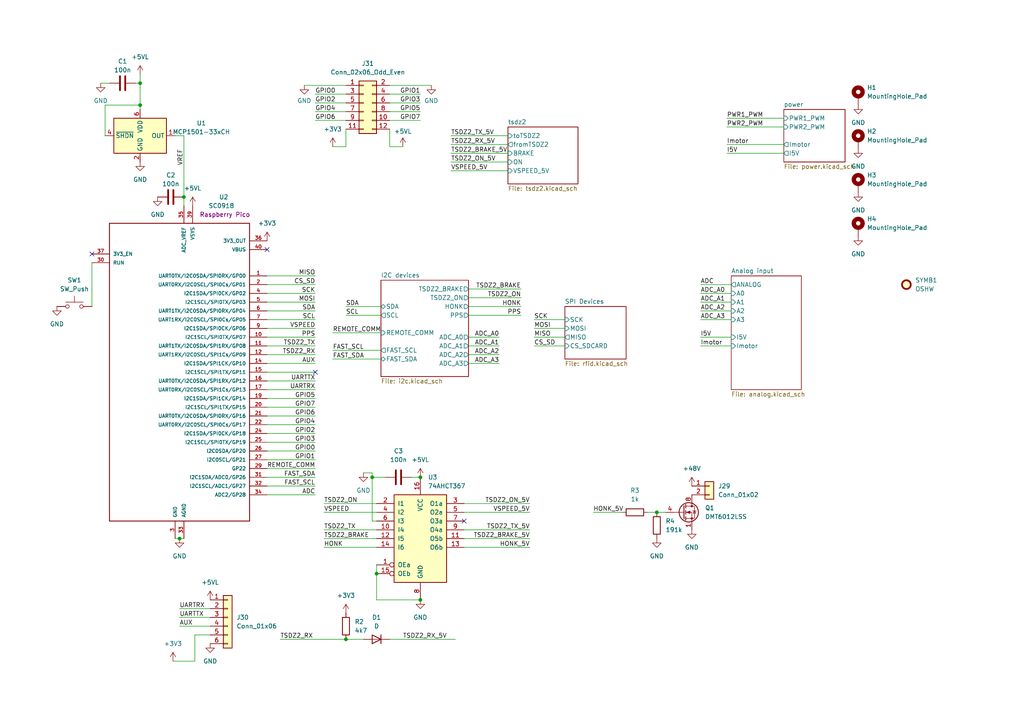
<source format=kicad_sch>
(kicad_sch (version 20230121) (generator eeschema)
  (paper "A4")
  (lib_symbols
    (symbol "74xx:74LS367" (pin_names (offset 1.016))
      (property "Reference" "U" (at -7.62 13.97 0))
      (property "Value" "74LS367" (at -7.62 -13.97 0))
      (symbol "74LS367_1_0"
        (pin input inverted (at -12.7 -7.62 0) (length 5.08) (name "OEa") (number "1"))
        (pin input line (at -12.7 2.54 0) (length 5.08) (name "I4") (number "10"))
        (pin tri_state line (at 12.7 0 180) (length 5.08) (name "O5b") (number "11"))
        (pin input line (at -12.7 0 0) (length 5.08) (name "I5") (number "12"))
        (pin tri_state line (at 12.7 -2.54 180) (length 5.08) (name "O6b") (number "13"))
        (pin input line (at -12.7 -2.54 0) (length 5.08) (name "I6") (number "14"))
        (pin input inverted (at -12.7 -10.16 0) (length 5.08) (name "OEb") (number "15"))
        (pin power_in line (at 0 17.78 270) (length 5.08) (name "VCC") (number "16"))
        (pin input line (at -12.7 10.16 0) (length 5.08) (name "I1") (number "2"))
        (pin tri_state line (at 12.7 10.16 180) (length 5.08) (name "O1a") (number "3"))
        (pin input line (at -12.7 7.62 0) (length 5.08) (name "I2") (number "4"))
        (pin tri_state line (at 12.7 7.62 180) (length 5.08) (name "O2a") (number "5"))
        (pin input line (at -12.7 5.08 0) (length 5.08) (name "I3") (number "6"))
        (pin tri_state line (at 12.7 5.08 180) (length 5.08) (name "O3a") (number "7"))
        (pin power_in line (at 0 -17.78 90) (length 5.08) (name "GND") (number "8"))
        (pin tri_state line (at 12.7 2.54 180) (length 5.08) (name "O4a") (number "9"))
      )
      (symbol "74LS367_1_1"
        (rectangle (start -7.62 12.7) (end 7.62 -12.7) (stroke (width 0.254)) (fill (type background)))
      )
    )
    (symbol "Connector_Generic:Conn_01x02" (pin_names (offset 1.016) hide)
      (property "Reference" "J" (at 0 2.54 0))
      (property "Value" "Conn_01x02" (at 0 -5.08 0))
      (symbol "Conn_01x02_1_1"
        (rectangle (start -1.27 -2.413) (end 0 -2.667) (stroke (width 0.1524)))
        (rectangle (start -1.27 0.127) (end 0 -0.127) (stroke (width 0.1524)))
        (rectangle (start -1.27 1.27) (end 1.27 -3.81) (stroke (width 0.254)) (fill (type background)))
        (pin passive line (at -5.08 0 0) (length 3.81) (name "Pin_1") (number "1"))
        (pin passive line (at -5.08 -2.54 0) (length 3.81) (name "Pin_2") (number "2"))
      )
    )
    (symbol "Connector_Generic:Conn_01x06" (pin_names (offset 1.016) hide)
      (property "Reference" "J" (at 0 7.62 0))
      (property "Value" "Conn_01x06" (at 0 -10.16 0))
      (symbol "Conn_01x06_1_1"
        (rectangle (start -1.27 -7.493) (end 0 -7.747) (stroke (width 0.1524)))
        (rectangle (start -1.27 -4.953) (end 0 -5.207) (stroke (width 0.1524)))
        (rectangle (start -1.27 -2.413) (end 0 -2.667) (stroke (width 0.1524)))
        (rectangle (start -1.27 0.127) (end 0 -0.127) (stroke (width 0.1524)))
        (rectangle (start -1.27 2.667) (end 0 2.413) (stroke (width 0.1524)))
        (rectangle (start -1.27 5.207) (end 0 4.953) (stroke (width 0.1524)))
        (rectangle (start -1.27 6.35) (end 1.27 -8.89) (stroke (width 0.254)) (fill (type background)))
        (pin passive line (at -5.08 5.08 0) (length 3.81) (name "Pin_1") (number "1"))
        (pin passive line (at -5.08 2.54 0) (length 3.81) (name "Pin_2") (number "2"))
        (pin passive line (at -5.08 0 0) (length 3.81) (name "Pin_3") (number "3"))
        (pin passive line (at -5.08 -2.54 0) (length 3.81) (name "Pin_4") (number "4"))
        (pin passive line (at -5.08 -5.08 0) (length 3.81) (name "Pin_5") (number "5"))
        (pin passive line (at -5.08 -7.62 0) (length 3.81) (name "Pin_6") (number "6"))
      )
    )
    (symbol "Connector_Generic:Conn_02x06_Odd_Even" (pin_names (offset 1.016) hide)
      (property "Reference" "J" (at 1.27 7.62 0))
      (property "Value" "Conn_02x06_Odd_Even" (at 1.27 -10.16 0))
      (symbol "Conn_02x06_Odd_Even_1_1"
        (rectangle (start -1.27 -7.493) (end 0 -7.747) (stroke (width 0.1524)))
        (rectangle (start -1.27 -4.953) (end 0 -5.207) (stroke (width 0.1524)))
        (rectangle (start -1.27 -2.413) (end 0 -2.667) (stroke (width 0.1524)))
        (rectangle (start -1.27 0.127) (end 0 -0.127) (stroke (width 0.1524)))
        (rectangle (start -1.27 2.667) (end 0 2.413) (stroke (width 0.1524)))
        (rectangle (start -1.27 5.207) (end 0 4.953) (stroke (width 0.1524)))
        (rectangle (start -1.27 6.35) (end 3.81 -8.89) (stroke (width 0.254)) (fill (type background)))
        (rectangle (start 3.81 -7.493) (end 2.54 -7.747) (stroke (width 0.1524)))
        (rectangle (start 3.81 -4.953) (end 2.54 -5.207) (stroke (width 0.1524)))
        (rectangle (start 3.81 -2.413) (end 2.54 -2.667) (stroke (width 0.1524)))
        (rectangle (start 3.81 0.127) (end 2.54 -0.127) (stroke (width 0.1524)))
        (rectangle (start 3.81 2.667) (end 2.54 2.413) (stroke (width 0.1524)))
        (rectangle (start 3.81 5.207) (end 2.54 4.953) (stroke (width 0.1524)))
        (pin passive line (at -5.08 5.08 0) (length 3.81) (name "Pin_1") (number "1"))
        (pin passive line (at 7.62 -5.08 180) (length 3.81) (name "Pin_10") (number "10"))
        (pin passive line (at -5.08 -7.62 0) (length 3.81) (name "Pin_11") (number "11"))
        (pin passive line (at 7.62 -7.62 180) (length 3.81) (name "Pin_12") (number "12"))
        (pin passive line (at 7.62 5.08 180) (length 3.81) (name "Pin_2") (number "2"))
        (pin passive line (at -5.08 2.54 0) (length 3.81) (name "Pin_3") (number "3"))
        (pin passive line (at 7.62 2.54 180) (length 3.81) (name "Pin_4") (number "4"))
        (pin passive line (at -5.08 0 0) (length 3.81) (name "Pin_5") (number "5"))
        (pin passive line (at 7.62 0 180) (length 3.81) (name "Pin_6") (number "6"))
        (pin passive line (at -5.08 -2.54 0) (length 3.81) (name "Pin_7") (number "7"))
        (pin passive line (at 7.62 -2.54 180) (length 3.81) (name "Pin_8") (number "8"))
        (pin passive line (at -5.08 -5.08 0) (length 3.81) (name "Pin_9") (number "9"))
      )
    )
    (symbol "Device:C" (pin_numbers hide) (pin_names (offset 0.254))
      (property "Reference" "C" (at 0.635 2.54 0))
      (property "Value" "C" (at 0.635 -2.54 0))
      (symbol "C_0_1"
        (polyline (pts (xy -2.032 -0.762) (xy 2.032 -0.762)) (stroke (width 0.508)))
        (polyline (pts (xy -2.032 0.762) (xy 2.032 0.762)) (stroke (width 0.508)))
      )
      (symbol "C_1_1"
        (pin passive line (at 0 3.81 270) (length 2.794) (name "~") (number "1"))
        (pin passive line (at 0 -3.81 90) (length 2.794) (name "~") (number "2"))
      )
    )
    (symbol "Device:D" (pin_numbers hide) (pin_names (offset 1.016) hide)
      (property "Reference" "D" (at 0 2.54 0))
      (property "Value" "D" (at 0 -2.54 0))
      (symbol "D_0_1"
        (polyline (pts (xy -1.27 1.27) (xy -1.27 -1.27)) (stroke (width 0.254)))
        (polyline (pts (xy 1.27 0) (xy -1.27 0)))
        (polyline (pts (xy 1.27 1.27) (xy 1.27 -1.27) (xy -1.27 0) (xy 1.27 1.27)) (stroke (width 0.254)))
      )
      (symbol "D_1_1"
        (pin passive line (at -3.81 0 0) (length 2.54) (name "K") (number "1"))
        (pin passive line (at 3.81 0 180) (length 2.54) (name "A") (number "2"))
      )
    )
    (symbol "Device:R" (pin_numbers hide) (pin_names (offset 0))
      (property "Reference" "R" (at 2.032 0 90))
      (property "Value" "R" (at 0 0 90))
      (symbol "R_0_1"
        (rectangle (start -1.016 -2.54) (end 1.016 2.54) (stroke (width 0.254)))
      )
      (symbol "R_1_1"
        (pin passive line (at 0 3.81 270) (length 1.27) (name "~") (number "1"))
        (pin passive line (at 0 -3.81 90) (length 1.27) (name "~") (number "2"))
      )
    )
    (symbol "MCU_RaspberryPi_and_Boards:SC0918" (pin_names (offset 1.016))
      (property "Reference" "A?" (at 19.05 46.99 0))
      (property "Value" "SC0918" (at 16.51 44.45 0))
      (property "Footprint" "Raspberry Pi:MODULE_SC0918" (at -17.78 44.45 0))
      (property "manufacturer" "Raspberry Pico" (at 0 33.02 0))
      (symbol "SC0918_0_0"
        (rectangle (start -20.32 -43.18) (end 20.32 43.18) (stroke (width 0.254)))
        (pin bidirectional line (at 25.4 27.94 180) (length 5.08) (name "UART0TX/I2C0SDA/SPI0RX/GP00") (number "1"))
        (pin bidirectional line (at 25.4 10.16 180) (length 5.08) (name "I2C1SCL/SPI0TX/GP07") (number "10"))
        (pin bidirectional line (at 25.4 7.62 180) (length 5.08) (name "UART1TX/I2C0SDA/SPI1RX/GP08") (number "11"))
        (pin bidirectional line (at 25.4 5.08 180) (length 5.08) (name "UART1RX/I2C0SCL/SPI1Cs/GP09") (number "12"))
        (pin power_in line (at -1.27 -48.26 90) (length 5.08) hide (name "GND") (number "13"))
        (pin bidirectional line (at 25.4 2.54 180) (length 5.08) (name "I2C1SDA/SPI1CK/GP10") (number "14"))
        (pin bidirectional line (at 25.4 0 180) (length 5.08) (name "I2C1SCL/SPI1TX/GP11") (number "15"))
        (pin bidirectional line (at 25.4 -2.54 180) (length 5.08) (name "UART0TX/I2C0SDA/SPI1RX/GP12") (number "16"))
        (pin bidirectional line (at 25.4 -5.08 180) (length 5.08) (name "UART0RX/I2C0SCL/SPI1Cs/GP13") (number "17"))
        (pin power_in line (at -1.27 -48.26 90) (length 5.08) hide (name "GND") (number "18"))
        (pin bidirectional line (at 25.4 -7.62 180) (length 5.08) (name "I2C1SDA/SPI1CK/GP14") (number "19"))
        (pin bidirectional line (at 25.4 25.4 180) (length 5.08) (name "UART0RX/I2C0SCL/SPI0Cs/GP01") (number "2"))
        (pin bidirectional line (at 25.4 -10.16 180) (length 5.08) (name "I2C1SCL/SPI1TX/GP15") (number "20"))
        (pin bidirectional line (at 25.4 -12.7 180) (length 5.08) (name "UART0TX/I2C0SDA/SPI0RX/GP16") (number "21"))
        (pin bidirectional line (at 25.4 -15.24 180) (length 5.08) (name "UART0RX/I2C0SCL/SPI0Cs/GP17") (number "22"))
        (pin power_in line (at -1.27 -48.26 90) (length 5.08) hide (name "GND") (number "23"))
        (pin bidirectional line (at 25.4 -17.78 180) (length 5.08) (name "I2C1SDA/SPI0CK/GP18") (number "24"))
        (pin bidirectional line (at 25.4 -20.32 180) (length 5.08) (name "I2C1SCL/SPI0TX/GP19") (number "25"))
        (pin bidirectional line (at 25.4 -22.86 180) (length 5.08) (name "I2C0SDA/GP20") (number "26"))
        (pin bidirectional line (at 25.4 -25.4 180) (length 5.08) (name "I2C0SCL/GP21") (number "27"))
        (pin power_in line (at -1.27 -48.26 90) (length 5.08) hide (name "GND") (number "28"))
        (pin bidirectional line (at 25.4 -27.94 180) (length 5.08) (name "GP22") (number "29"))
        (pin power_in line (at -1.27 -48.26 90) (length 5.08) (name "GND") (number "3"))
        (pin input line (at -25.4 31.75 0) (length 5.08) (name "RUN") (number "30"))
        (pin bidirectional line (at 25.4 -30.48 180) (length 5.08) (name "I2C1SDA/ADC0/GP26") (number "31"))
        (pin bidirectional line (at 25.4 -33.02 180) (length 5.08) (name "I2C1SCL/ADC1/GP27") (number "32"))
        (pin power_in line (at 1.27 -48.26 90) (length 5.08) (name "AGND") (number "33"))
        (pin bidirectional line (at 25.4 -35.56 180) (length 5.08) (name "ADC2/GP28") (number "34"))
        (pin power_out line (at 25.4 38.1 180) (length 5.08) (name "3V3_OUT") (number "36"))
        (pin input line (at -25.4 34.29 0) (length 5.08) (name "3V3_EN") (number "37"))
        (pin power_in line (at -1.27 -48.26 90) (length 5.08) hide (name "GND") (number "38"))
        (pin power_in line (at 3.81 48.26 270) (length 5.08) (name "VSYS") (number "39"))
        (pin bidirectional line (at 25.4 22.86 180) (length 5.08) (name "I2C1SDA/SPI0CK/GP02") (number "4"))
        (pin power_out line (at 25.4 35.56 180) (length 5.08) (name "VBUS") (number "40"))
        (pin bidirectional line (at 25.4 20.32 180) (length 5.08) (name "I2C1SCL/SPI0TX/GP03") (number "5"))
        (pin bidirectional line (at 25.4 17.78 180) (length 5.08) (name "UART1TX/I2C0SDA/SPI0RX/GP04") (number "6"))
        (pin bidirectional line (at 25.4 15.24 180) (length 5.08) (name "UART1RX/I2C0SCL/SPI0Cs/GP05") (number "7"))
        (pin power_in line (at -1.27 -48.26 90) (length 5.08) hide (name "GND") (number "8"))
        (pin bidirectional line (at 25.4 12.7 180) (length 5.08) (name "I2C1SDA/SPI0CK/GP06") (number "9"))
      )
      (symbol "SC0918_1_0"
        (pin passive line (at 1.27 48.26 270) (length 5.08) (name "ADC_VREF") (number "35"))
      )
      (symbol "SC0918_1_1"
        (pin free line (at -1.27 -48.26 90) (length 5.08) hide (name "GND") (number "M1"))
        (pin free line (at -1.27 -48.26 90) (length 5.08) hide (name "GND") (number "M2"))
        (pin free line (at -1.27 -48.26 90) (length 5.08) hide (name "GND") (number "M3"))
        (pin free line (at -1.27 -48.26 90) (length 5.08) hide (name "GND") (number "M4"))
      )
    )
    (symbol "Mechanical:Fiducial"
      (property "Reference" "FID" (at 0 5.08 0))
      (property "Value" "Fiducial" (at 0 3.175 0))
      (symbol "Fiducial_0_1"
        (circle (center 0 0) (radius 1.27) (stroke (width 0.508)) (fill (type background)))
      )
    )
    (symbol "Mechanical:MountingHole_Pad" (pin_numbers hide) (pin_names (offset 1.016) hide)
      (property "Reference" "H" (at 0 6.35 0))
      (property "Value" "MountingHole_Pad" (at 0 4.445 0))
      (symbol "MountingHole_Pad_0_1"
        (circle (center 0 1.27) (radius 1.27) (stroke (width 1.27)))
      )
      (symbol "MountingHole_Pad_1_1"
        (pin input line (at 0 -2.54 90) (length 2.54) (name "1") (number "1"))
      )
    )
    (symbol "Reference_Voltage:MCP1501-33xCH"
      (property "Reference" "U" (at -6.35 6.35 0))
      (property "Value" "MCP1501-33xCH" (at 10.16 6.35 0))
      (symbol "MCP1501-33xCH_0_0"
        (pin power_out line (at 10.16 0 180) (length 2.54) (name "OUT") (number "1"))
        (pin power_in line (at 0 -7.62 90) (length 2.54) (name "GND") (number "2"))
        (pin passive line (at 0 -7.62 90) (length 2.54) hide (name "GND") (number "3"))
        (pin input line (at -10.16 0 0) (length 2.54) (name "~{SHDN}") (number "4"))
        (pin passive line (at 0 -7.62 90) (length 2.54) hide (name "GND") (number "5"))
        (pin power_in line (at 0 7.62 270) (length 2.54) (name "VDD") (number "6"))
      )
      (symbol "MCP1501-33xCH_0_1"
        (rectangle (start -7.62 5.08) (end 7.62 -5.08) (stroke (width 0.254)) (fill (type background)))
      )
    )
    (symbol "Switch:SW_Push" (pin_numbers hide) (pin_names (offset 1.016) hide)
      (property "Reference" "SW" (at 1.27 2.54 0))
      (property "Value" "SW_Push" (at 0 -1.524 0))
      (symbol "SW_Push_0_1"
        (circle (center -2.032 0) (radius 0.508))
        (polyline (pts (xy 0 1.27) (xy 0 3.048)))
        (polyline (pts (xy 2.54 1.27) (xy -2.54 1.27)))
        (circle (center 2.032 0) (radius 0.508))
        (pin passive line (at -5.08 0 0) (length 2.54) (name "1") (number "1"))
        (pin passive line (at 5.08 0 180) (length 2.54) (name "2") (number "2"))
      )
    )
    (symbol "Transistor_FET:IRF7403" (pin_names hide)
      (property "Reference" "Q" (at 5.08 2.54 0))
      (property "Value" "IRF7403" (at 5.08 0 0))
      (symbol "IRF7403_0_1"
        (polyline (pts (xy 0.254 0) (xy -2.54 0)))
        (polyline (pts (xy 0.254 1.905) (xy 0.254 -1.905)) (stroke (width 0.254)))
        (polyline (pts (xy 0.762 -1.27) (xy 0.762 -2.286)) (stroke (width 0.254)))
        (polyline (pts (xy 0.762 0.508) (xy 0.762 -0.508)) (stroke (width 0.254)))
        (polyline (pts (xy 0.762 2.286) (xy 0.762 1.27)) (stroke (width 0.254)))
        (polyline (pts (xy 2.54 2.54) (xy 2.54 1.778)))
        (polyline (pts (xy 2.54 -2.54) (xy 2.54 0) (xy 0.762 0)))
        (polyline (pts (xy 0.762 -1.778) (xy 3.302 -1.778) (xy 3.302 1.778) (xy 0.762 1.778)))
        (polyline (pts (xy 1.016 0) (xy 2.032 0.381) (xy 2.032 -0.381) (xy 1.016 0)) (fill (type outline)))
        (polyline (pts (xy 2.794 0.508) (xy 2.921 0.381) (xy 3.683 0.381) (xy 3.81 0.254)))
        (polyline (pts (xy 3.302 0.381) (xy 2.921 -0.254) (xy 3.683 -0.254) (xy 3.302 0.381)))
        (circle (center 1.651 0) (radius 2.794) (stroke (width 0.254)))
        (circle (center 2.54 -1.778) (radius 0.254) (fill (type outline)))
        (circle (center 2.54 1.778) (radius 0.254) (fill (type outline)))
      )
      (symbol "IRF7403_1_1"
        (pin passive line (at 2.54 -5.08 90) (length 2.54) (name "S") (number "1"))
        (pin passive line (at 2.54 -5.08 90) (length 2.54) hide (name "S") (number "2"))
        (pin passive line (at 2.54 -5.08 90) (length 2.54) hide (name "S") (number "3"))
        (pin input line (at -5.08 0 0) (length 2.54) (name "G") (number "4"))
        (pin passive line (at 2.54 5.08 270) (length 2.54) hide (name "D") (number "5"))
        (pin passive line (at 2.54 5.08 270) (length 2.54) hide (name "D") (number "6"))
        (pin passive line (at 2.54 5.08 270) (length 2.54) hide (name "D") (number "7"))
        (pin passive line (at 2.54 5.08 270) (length 2.54) (name "D") (number "8"))
      )
    )
    (symbol "power:+3V3" (power) (pin_names (offset 0))
      (property "Value" "+3V3" (at 0 3.556 0))
      (symbol "+3V3_0_1"
        (polyline (pts (xy -0.762 1.27) (xy 0 2.54)))
        (polyline (pts (xy 0 0) (xy 0 2.54)))
        (polyline (pts (xy 0 2.54) (xy 0.762 1.27)))
      )
      (symbol "+3V3_1_1"
        (pin power_in line (at 0 0 90) (length 0) hide (name "+3V3") (number "1"))
      )
    )
    (symbol "power:+48V" (power) (pin_names (offset 0))
      (property "Value" "+48V" (at 0 3.556 0))
      (symbol "+48V_0_1"
        (polyline (pts (xy -0.762 1.27) (xy 0 2.54)))
        (polyline (pts (xy 0 0) (xy 0 2.54)))
        (polyline (pts (xy 0 2.54) (xy 0.762 1.27)))
      )
      (symbol "+48V_1_1"
        (pin power_in line (at 0 0 90) (length 0) hide (name "+48V") (number "1"))
      )
    )
    (symbol "power:+5VL" (power) (pin_names (offset 0))
      (property "Value" "+5VL" (at 0 3.556 0))
      (symbol "+5VL_0_1"
        (polyline (pts (xy -0.762 1.27) (xy 0 2.54)))
        (polyline (pts (xy 0 0) (xy 0 2.54)))
        (polyline (pts (xy 0 2.54) (xy 0.762 1.27)))
      )
      (symbol "+5VL_1_1"
        (pin power_in line (at 0 0 90) (length 0) hide (name "+5VL") (number "1"))
      )
    )
    (symbol "power:GND" (power) (pin_names (offset 0))
      (property "Value" "GND" (at 0 -3.81 0))
      (symbol "GND_0_1"
        (polyline (pts (xy 0 0) (xy 0 -1.27) (xy 1.27 -1.27) (xy 0 -2.54) (xy -1.27 -1.27) (xy 0 -1.27)))
      )
      (symbol "GND_1_1"
        (pin power_in line (at 0 0 270) (length 0) hide (name "GND") (number "1"))
      )
    )
  )
  (junction (at 52.07 156.21))
  (junction (at 107.95 138.43))
  (junction (at 40.64 24.13))
  (junction (at 53.34 57.15))
  (junction (at 121.92 138.43))
  (junction (at 40.64 30.48))
  (junction (at 190.5 148.59))
  (junction (at 109.22 166.37))
  (junction (at 100.33 185.42))
  (junction (at 121.92 173.99))
  (no_connect (at 134.62 151.13))
  (no_connect (at 91.44 107.95))
  (no_connect (at 26.67 73.66))
  (no_connect (at 77.47 72.39))
  (wire (pts (xy 96.52 96.52) (xy 110.49 96.52)))
  (wire (pts (xy 100.33 185.42) (xy 105.41 185.42)))
  (wire (pts (xy 77.47 87.63) (xy 91.44 87.63)))
  (wire (pts (xy 109.22 166.37) (xy 109.22 173.99)))
  (wire (pts (xy 91.44 32.385) (xy 100.33 32.385)))
  (wire (pts (xy 77.47 130.81) (xy 91.44 130.81)))
  (wire (pts (xy 227.33 34.29) (xy 210.82 34.29)))
  (wire (pts (xy 93.98 146.05) (xy 109.22 146.05)))
  (wire (pts (xy 77.47 80.01) (xy 91.44 80.01)))
  (wire (pts (xy 77.47 138.43) (xy 91.44 138.43)))
  (wire (pts (xy 135.89 88.9) (xy 151.13 88.9)))
  (wire (pts (xy 121.92 27.305) (xy 113.03 27.305)))
  (wire (pts (xy 91.44 27.305) (xy 100.33 27.305)))
  (wire (pts (xy 77.47 110.49) (xy 91.44 110.49)))
  (wire (pts (xy 53.34 39.37) (xy 53.34 57.15)))
  (wire (pts (xy 52.07 156.21) (xy 53.34 156.21)))
  (wire (pts (xy 30.48 39.37) (xy 30.48 30.48)))
  (wire (pts (xy 130.81 41.91) (xy 147.32 41.91)))
  (wire (pts (xy 77.47 90.17) (xy 91.44 90.17)))
  (wire (pts (xy 119.38 138.43) (xy 121.92 138.43)))
  (wire (pts (xy 135.89 86.36) (xy 151.13 86.36)))
  (wire (pts (xy 190.5 148.59) (xy 193.04 148.59)))
  (wire (pts (xy 100.33 42.545) (xy 100.33 37.465)))
  (wire (pts (xy 107.95 151.13) (xy 107.95 138.43)))
  (wire (pts (xy 93.98 148.59) (xy 109.22 148.59)))
  (wire (pts (xy 77.47 120.65) (xy 91.44 120.65)))
  (wire (pts (xy 107.95 137.16) (xy 107.95 138.43)))
  (wire (pts (xy 210.82 44.45) (xy 227.33 44.45)))
  (wire (pts (xy 29.21 24.13) (xy 31.75 24.13)))
  (wire (pts (xy 203.2 82.55) (xy 212.09 82.55)))
  (wire (pts (xy 52.07 179.07) (xy 60.96 179.07)))
  (wire (pts (xy 91.44 34.925) (xy 100.33 34.925)))
  (wire (pts (xy 50.8 39.37) (xy 53.34 39.37)))
  (wire (pts (xy 135.89 83.82) (xy 151.13 83.82)))
  (wire (pts (xy 134.62 156.21) (xy 153.67 156.21)))
  (wire (pts (xy 147.32 49.53) (xy 130.81 49.53)))
  (wire (pts (xy 203.2 92.71) (xy 212.09 92.71)))
  (wire (pts (xy 88.265 24.765) (xy 100.33 24.765)))
  (wire (pts (xy 135.89 91.44) (xy 151.13 91.44)))
  (wire (pts (xy 77.47 133.35) (xy 91.44 133.35)))
  (wire (pts (xy 113.03 185.42) (xy 132.08 185.42)))
  (wire (pts (xy 109.22 173.99) (xy 121.92 173.99)))
  (wire (pts (xy 113.03 29.845) (xy 121.92 29.845)))
  (wire (pts (xy 77.47 85.09) (xy 91.44 85.09)))
  (wire (pts (xy 77.47 92.71) (xy 91.44 92.71)))
  (wire (pts (xy 134.62 153.67) (xy 153.67 153.67)))
  (wire (pts (xy 52.07 176.53) (xy 60.96 176.53)))
  (wire (pts (xy 203.2 97.79) (xy 212.09 97.79)))
  (wire (pts (xy 134.62 146.05) (xy 153.67 146.05)))
  (wire (pts (xy 109.22 163.83) (xy 109.22 166.37)))
  (wire (pts (xy 154.94 92.71) (xy 163.83 92.71)))
  (wire (pts (xy 56.515 191.77) (xy 56.515 184.15)))
  (wire (pts (xy 77.47 123.19) (xy 91.44 123.19)))
  (wire (pts (xy 227.33 36.83) (xy 210.82 36.83)))
  (wire (pts (xy 40.64 24.13) (xy 40.64 30.48)))
  (wire (pts (xy 121.92 32.385) (xy 113.03 32.385)))
  (wire (pts (xy 154.94 95.25) (xy 163.83 95.25)))
  (wire (pts (xy 203.2 85.09) (xy 212.09 85.09)))
  (wire (pts (xy 77.47 135.89) (xy 91.44 135.89)))
  (wire (pts (xy 77.47 105.41) (xy 91.44 105.41)))
  (wire (pts (xy 93.98 153.67) (xy 109.22 153.67)))
  (wire (pts (xy 77.47 118.11) (xy 91.44 118.11)))
  (wire (pts (xy 125.095 24.765) (xy 113.03 24.765)))
  (wire (pts (xy 50.165 191.77) (xy 56.515 191.77)))
  (wire (pts (xy 77.47 140.97) (xy 91.44 140.97)))
  (wire (pts (xy 144.78 100.33) (xy 135.89 100.33)))
  (wire (pts (xy 144.78 105.41) (xy 135.89 105.41)))
  (wire (pts (xy 56.515 184.15) (xy 60.96 184.15)))
  (wire (pts (xy 113.03 42.545) (xy 113.03 37.465)))
  (wire (pts (xy 116.84 42.545) (xy 113.03 42.545)))
  (wire (pts (xy 77.47 107.95) (xy 91.44 107.95)))
  (wire (pts (xy 154.94 97.79) (xy 163.83 97.79)))
  (wire (pts (xy 203.2 90.17) (xy 212.09 90.17)))
  (wire (pts (xy 130.81 39.37) (xy 147.32 39.37)))
  (wire (pts (xy 77.47 100.33) (xy 91.44 100.33)))
  (wire (pts (xy 53.34 57.15) (xy 53.34 59.69)))
  (wire (pts (xy 93.98 158.75) (xy 109.22 158.75)))
  (wire (pts (xy 96.52 42.545) (xy 100.33 42.545)))
  (wire (pts (xy 50.8 156.21) (xy 52.07 156.21)))
  (wire (pts (xy 77.47 125.73) (xy 91.44 125.73)))
  (wire (pts (xy 121.92 34.925) (xy 113.03 34.925)))
  (wire (pts (xy 100.33 91.44) (xy 110.49 91.44)))
  (wire (pts (xy 100.33 88.9) (xy 110.49 88.9)))
  (wire (pts (xy 96.52 101.6) (xy 110.49 101.6)))
  (wire (pts (xy 93.98 156.21) (xy 109.22 156.21)))
  (wire (pts (xy 187.96 148.59) (xy 190.5 148.59)))
  (wire (pts (xy 52.07 181.61) (xy 60.96 181.61)))
  (wire (pts (xy 77.47 143.51) (xy 91.44 143.51)))
  (wire (pts (xy 134.62 158.75) (xy 153.67 158.75)))
  (wire (pts (xy 203.2 87.63) (xy 212.09 87.63)))
  (wire (pts (xy 109.22 151.13) (xy 107.95 151.13)))
  (wire (pts (xy 107.95 138.43) (xy 111.76 138.43)))
  (wire (pts (xy 77.47 102.87) (xy 91.44 102.87)))
  (wire (pts (xy 144.78 97.79) (xy 135.89 97.79)))
  (wire (pts (xy 40.64 30.48) (xy 40.64 31.75)))
  (wire (pts (xy 77.47 97.79) (xy 91.44 97.79)))
  (wire (pts (xy 77.47 82.55) (xy 91.44 82.55)))
  (wire (pts (xy 172.085 148.59) (xy 180.34 148.59)))
  (wire (pts (xy 81.28 185.42) (xy 100.33 185.42)))
  (wire (pts (xy 105.41 137.16) (xy 107.95 137.16)))
  (wire (pts (xy 210.82 41.91) (xy 227.33 41.91)))
  (wire (pts (xy 130.81 46.99) (xy 147.32 46.99)))
  (wire (pts (xy 77.47 113.03) (xy 91.44 113.03)))
  (wire (pts (xy 203.2 100.33) (xy 212.09 100.33)))
  (wire (pts (xy 130.81 44.45) (xy 147.32 44.45)))
  (wire (pts (xy 39.37 24.13) (xy 40.64 24.13)))
  (wire (pts (xy 77.47 128.27) (xy 91.44 128.27)))
  (wire (pts (xy 96.52 104.14) (xy 110.49 104.14)))
  (wire (pts (xy 30.48 30.48) (xy 40.64 30.48)))
  (wire (pts (xy 26.67 88.9) (xy 26.67 76.2)))
  (wire (pts (xy 91.44 29.845) (xy 100.33 29.845)))
  (wire (pts (xy 154.94 100.33) (xy 163.83 100.33)))
  (wire (pts (xy 134.62 148.59) (xy 153.67 148.59)))
  (wire (pts (xy 77.47 95.25) (xy 91.44 95.25)))
  (wire (pts (xy 77.47 115.57) (xy 91.44 115.57)))
  (wire (pts (xy 40.64 21.59) (xy 40.64 24.13)))
  (wire (pts (xy 144.78 102.87) (xy 135.89 102.87)))
  (label "TSDZ2_ON_5V" (at 130.81 46.99 0))
  (label "GPIO5" (at 91.44 115.57 180))
  (label "FAST_SDA" (at 91.44 138.43 180))
  (label "Imotor" (at 203.2 100.33 0))
  (label "HONK" (at 93.98 158.75 0))
  (label "ADC_A0" (at 144.78 97.79 180))
  (label "GPIO6" (at 91.44 34.925 0))
  (label "AUX" (at 52.07 181.61 0))
  (label "PPS" (at 151.13 91.44 180))
  (label "PWR1_PWM" (at 210.82 34.29 0))
  (label "I5V" (at 203.2 97.79 0))
  (label "GPIO7" (at 91.44 118.11 180))
  (label "AUX" (at 91.44 105.41 180))
  (label "SCL" (at 100.33 91.44 0))
  (label "TSDZ2_BRAKE" (at 151.13 83.82 180))
  (label "SCK" (at 91.44 85.09 180))
  (label "VSPEED" (at 93.98 148.59 0))
  (label "ADC_A0" (at 203.2 85.09 0))
  (label "TSDZ2_BRAKE" (at 93.98 156.21 0))
  (label "GPIO6" (at 91.44 120.65 180))
  (label "MOSI" (at 154.94 95.25 0))
  (label "TSDZ2_TX_5V" (at 130.81 39.37 0))
  (label "UARTRX" (at 91.44 113.03 180))
  (label "ADC" (at 203.2 82.55 0))
  (label "GPIO5" (at 121.92 32.385 180))
  (label "TSDZ2_RX_5V" (at 116.84 185.42 0))
  (label "MISO" (at 91.44 80.01 180))
  (label "UARTTX" (at 52.07 179.07 0))
  (label "I5V" (at 210.82 44.45 0))
  (label "GPIO3" (at 121.92 29.845 180))
  (label "GPIO0" (at 91.44 130.81 180))
  (label "SCL" (at 91.44 92.71 180))
  (label "SDA" (at 91.44 90.17 180))
  (label "MOSI" (at 91.44 87.63 180))
  (label "SCK" (at 154.94 92.71 0))
  (label "TSDZ2_BRAKE_5V" (at 130.81 44.45 0))
  (label "ADC_A3" (at 203.2 92.71 0))
  (label "Imotor" (at 210.82 41.91 0))
  (label "ADC" (at 91.44 143.51 180))
  (label "UARTRX" (at 52.07 176.53 0))
  (label "TSDZ2_TX_5V" (at 153.67 153.67 180))
  (label "TSDZ2_TX" (at 93.98 153.67 0))
  (label "TSDZ2_RX" (at 81.28 185.42 0))
  (label "GPIO4" (at 91.44 32.385 0))
  (label "HONK_5V" (at 172.085 148.59 0))
  (label "TSDZ2_ON_5V" (at 153.67 146.05 180))
  (label "TSDZ2_RX_5V" (at 130.81 41.91 0))
  (label "GPIO4" (at 91.44 123.19 180))
  (label "GPIO0" (at 91.44 27.305 0))
  (label "REMOTE_COMM" (at 91.44 135.89 180))
  (label "VREF" (at 53.34 43.18 270))
  (label "ADC_A2" (at 203.2 90.17 0))
  (label "ADC_A3" (at 144.78 105.41 180))
  (label "ADC_A2" (at 144.78 102.87 180))
  (label "REMOTE_COMM" (at 96.52 96.52 0))
  (label "HONK" (at 151.13 88.9 180))
  (label "GPIO1" (at 121.92 27.305 180))
  (label "PPS" (at 91.44 97.79 180))
  (label "TSDZ2_TX" (at 91.44 100.33 180))
  (label "VSPEED_5V" (at 130.81 49.53 0))
  (label "GPIO1" (at 91.44 133.35 180))
  (label "FAST_SDA" (at 96.52 104.14 0))
  (label "GPIO3" (at 91.44 128.27 180))
  (label "MISO" (at 154.94 97.79 0))
  (label "FAST_SCL" (at 91.44 140.97 180))
  (label "GPIO2" (at 91.44 125.73 180))
  (label "TSDZ2_ON" (at 93.98 146.05 0))
  (label "VSPEED_5V" (at 153.67 148.59 180))
  (label "ADC_A1" (at 203.2 87.63 0))
  (label "CS_SD" (at 91.44 82.55 180))
  (label "VSPEED" (at 91.44 95.25 180))
  (label "SDA" (at 100.33 88.9 0))
  (label "ADC_A1" (at 144.78 100.33 180))
  (label "TSDZ2_BRAKE_5V" (at 153.67 156.21 180))
  (label "UARTTX" (at 91.44 110.49 180))
  (label "CS_SD" (at 154.94 100.33 0))
  (label "TSDZ2_ON" (at 151.13 86.36 180))
  (label "PWR2_PWM" (at 210.82 36.83 0))
  (label "TSDZ2_RX" (at 91.44 102.87 180))
  (label "GPIO7" (at 121.92 34.925 180))
  (label "GPIO2" (at 91.44 29.845 0))
  (label "FAST_SCL" (at 96.52 101.6 0))
  (label "HONK_5V" (at 153.67 158.75 180))
  (symbol (lib_id "power:+3V3") (at 50.165 191.77 0) (unit 1)
    (property "Reference" "#PWR05" (effects hide))
    (property "Value" "+3V3" (at 50.165 186.69 0))
  )
  (symbol (lib_id "power:+48V") (at 200.66 140.97 0) (unit 1)
    (property "Reference" "#PWR019" (effects hide))
    (property "Value" "+48V" (at 200.66 135.89 0))
  )
  (symbol (lib_id "power:GND") (at 125.095 24.765 0) (unit 1)
    (property "Reference" "#PWR0152" (effects hide))
    (property "Value" "GND" (at 125.095 29.21 0))
  )
  (symbol (lib_id "Mechanical:MountingHole_Pad") (at 248.92 40.64 0) (unit 1)
    (property "Reference" "H2" (at 251.46 38.1 0) (effects (justify left)))
    (property "Value" "MountingHole_Pad" (at 251.46 40.64 0) (effects (justify left)))
    (property "Footprint" "MountingHole:MountingHole_3.2mm_M3_Pad_Via" (effects hide))
  )
  (symbol (lib_id "power:+3V3") (at 77.47 69.85 0) (unit 1)
    (property "Reference" "#PWR010" (effects hide))
    (property "Value" "+3V3" (at 77.47 64.77 0))
  )
  (symbol (lib_id "Connector_Generic:Conn_01x02") (at 205.74 140.97 0) (unit 1)
    (property "Reference" "J29" (at 208.28 140.97 0) (effects (justify left)))
    (property "Value" "Conn_01x02" (at 208.28 143.51 0) (effects (justify left)))
    (property "Footprint" "Connector_JST:JST_XH_B2B-XH-A_1x02_P2.50mm_Vertical" (effects hide))
  )
  (symbol (lib_id "power:GND") (at 60.96 186.69 0) (unit 1)
    (property "Reference" "#PWR09" (effects hide))
    (property "Value" "GND" (at 60.96 191.77 0))
  )
  (symbol (lib_id "Device:R") (at 184.15 148.59 90) (unit 1)
    (property "Reference" "R3" (at 184.15 142.24 90))
    (property "Value" "1k" (at 184.15 144.78 90))
    (property "Footprint" "Resistor_SMD:R_1206_3216Metric" (effects hide))
    (property "mouser" " 603-AC1206FR-101KL " (effects hide))
  )
  (symbol (lib_id "Reference_Voltage:MCP1501-33xCH") (at 40.64 39.37 0) (unit 1)
    (property "Reference" "U1" (at 58.42 35.7221 0))
    (property "Value" "MCP1501-33xCH" (at 58.42 38.2621 0))
    (property "Footprint" "Package_TO_SOT_SMD:SOT-23-6" (effects hide))
    (property "Datasheet" "http://ww1.microchip.com/downloads/en/DeviceDoc/20005474E.pdf" (effects hide))
    (property "mouser" " 579-MCP1501-33E/SN " (effects hide))
  )
  (symbol (lib_id "Mechanical:Fiducial") (at 262.89 82.55 0) (unit 1)
    (property "Reference" "SYMB1" (at 265.43 81.28 0) (effects (justify left)))
    (property "Value" "OSHW" (at 265.43 83.82 0) (effects (justify left)))
    (property "Footprint" "additional:OSHW-Logo2_9.8x8mm_Mask" (effects hide))
  )
  (symbol (lib_id "power:+3V3") (at 100.33 177.8 0) (unit 1)
    (property "Reference" "#PWR014" (effects hide))
    (property "Value" "+3V3" (at 100.33 172.72 0))
  )
  (symbol (lib_id "Device:R") (at 190.5 152.4 0) (unit 1)
    (property "Reference" "R4" (at 193.04 151.13 0) (effects (justify left)))
    (property "Value" "191k" (at 193.04 153.67 0) (effects (justify left)))
    (property "Footprint" "Resistor_SMD:R_1206_3216Metric" (effects hide))
    (property "mouser" " 660-RK73H2BTTD1913F " (effects hide))
  )
  (symbol (lib_id "power:+5VL") (at 40.64 21.59 0) (unit 1)
    (property "Reference" "#PWR02" (effects hide))
    (property "Value" "+5VL" (at 40.64 16.51 0))
  )
  (symbol (lib_id "power:+5VL") (at 116.84 42.545 0) (unit 1)
    (property "Reference" "#PWR011" (effects hide))
    (property "Value" "+5VL" (at 116.84 38.1 0))
  )
  (symbol (lib_id "Switch:SW_Push") (at 21.59 88.9 0) (unit 1)
    (property "Reference" "SW1" (at 21.59 81.28 0))
    (property "Value" "SW_Push" (at 21.59 83.82 0))
    (property "Footprint" "Button_Switch_THT:SW_PUSH_6mm" (effects hide))
    (property "mouser" " 179-TS026650BK100LCR " (effects hide))
  )
  (symbol (lib_id "power:GND") (at 29.21 24.13 0) (unit 1)
    (property "Reference" "#PWR01" (effects hide))
    (property "Value" "GND" (at 29.21 29.21 0))
  )
  (symbol (lib_id "power:GND") (at 190.5 156.21 0) (unit 1)
    (property "Reference" "#PWR018" (effects hide))
    (property "Value" "GND" (at 190.5 161.29 0))
  )
  (symbol (lib_id "power:GND") (at 121.92 173.99 0) (unit 1)
    (property "Reference" "#PWR017" (effects hide))
    (property "Value" "GND" (at 121.92 179.07 0))
  )
  (symbol (lib_id "power:GND") (at 248.92 30.48 0) (unit 1)
    (property "Reference" "#PWR021" (effects hide))
    (property "Value" "GND" (at 248.92 35.56 0))
  )
  (symbol (lib_id "power:+3V3") (at 96.52 42.545 0) (unit 1)
    (property "Reference" "#PWR012" (effects hide))
    (property "Value" "+3V3" (at 96.52 37.465 0))
  )
  (symbol (lib_id "power:GND") (at 105.41 137.16 0) (unit 1)
    (property "Reference" "#PWR015" (effects hide))
    (property "Value" "GND" (at 105.41 142.24 0))
  )
  (symbol (lib_id "power:GND") (at 16.51 88.9 0) (unit 1)
    (property "Reference" "#PWR0157" (effects hide))
    (property "Value" "GND" (at 16.51 93.98 0))
  )
  (symbol (lib_id "power:GND") (at 248.92 68.58 0) (unit 1)
    (property "Reference" "#PWR024" (effects hide))
    (property "Value" "GND" (at 248.92 73.66 0))
  )
  (symbol (lib_id "MCU_RaspberryPi_and_Boards:SC0918") (at 52.07 107.95 0) (unit 1)
    (property "Reference" "U2" (at 63.5 57.15 0) (effects (justify left)))
    (property "Value" "SC0918" (at 60.4394 59.69 0) (effects (justify left)))
    (property "Footprint" "RP-Pico Libraries:MODULE_SC0918" (effects hide))
    (property "Datasheet" "https://datasheets.raspberrypi.com/picow/pico-w-datasheet.pdf" (effects hide))
    (property "manufacturer" "Raspberry Pico" (at 57.8994 62.23 0) (effects (justify left)))
    (property "P/N" "SC0918" (effects hide))
    (property "PARTREV" "1.6" (effects hide))
    (property "MAXIMUM_PACKAGE_HEIGHT" "3.73mm" (effects hide))
  )
  (symbol (lib_id "Mechanical:MountingHole_Pad") (at 248.92 53.34 0) (unit 1)
    (property "Reference" "H3" (at 251.46 50.8 0) (effects (justify left)))
    (property "Value" "MountingHole_Pad" (at 251.46 53.34 0) (effects (justify left)))
    (property "Footprint" "MountingHole:MountingHole_3.2mm_M3_Pad_Via" (effects hide))
  )
  (symbol (lib_id "power:GND") (at 88.265 24.765 0) (unit 1)
    (property "Reference" "#PWR013" (effects hide))
    (property "Value" "GND" (at 88.265 29.21 0))
  )
  (symbol (lib_id "power:GND") (at 248.92 43.18 0) (unit 1)
    (property "Reference" "#PWR022" (effects hide))
    (property "Value" "GND" (at 248.92 48.26 0))
  )
  (symbol (lib_id "power:+5VL") (at 55.88 59.69 0) (unit 1)
    (property "Reference" "#PWR07" (effects hide))
    (property "Value" "+5VL" (at 55.88 54.61 0))
  )
  (symbol (lib_id "Mechanical:MountingHole_Pad") (at 248.92 66.04 0) (unit 1)
    (property "Reference" "H4" (at 251.46 63.5 0) (effects (justify left)))
    (property "Value" "MountingHole_Pad" (at 251.46 66.04 0) (effects (justify left)))
    (property "Footprint" "MountingHole:MountingHole_3.2mm_M3_Pad_Via" (effects hide))
  )
  (symbol (lib_id "power:GND") (at 248.92 55.88 0) (unit 1)
    (property "Reference" "#PWR023" (effects hide))
    (property "Value" "GND" (at 248.92 60.96 0))
  )
  (symbol (lib_id "power:GND") (at 200.66 153.67 0) (unit 1)
    (property "Reference" "#PWR020" (effects hide))
    (property "Value" "GND" (at 200.66 158.75 0))
  )
  (symbol (lib_id "power:+5VL") (at 60.96 173.99 0) (unit 1)
    (property "Reference" "#PWR08" (effects hide))
    (property "Value" "+5VL" (at 60.96 168.91 0))
  )
  (symbol (lib_id "Mechanical:MountingHole_Pad") (at 248.92 27.94 0) (unit 1)
    (property "Reference" "H1" (at 251.46 25.4 0) (effects (justify left)))
    (property "Value" "MountingHole_Pad" (at 251.46 27.94 0) (effects (justify left)))
    (property "Footprint" "MountingHole:MountingHole_3.2mm_M3_Pad_Via" (effects hide))
  )
  (symbol (lib_id "Device:C") (at 49.53 57.15 90) (unit 1)
    (property "Reference" "C2" (at 49.53 50.8 90))
    (property "Value" "100n" (at 49.53 53.34 90))
    (property "Footprint" "Capacitor_SMD:C_1206_3216Metric" (effects hide))
    (property "mouser" " 80-C1206C104K5R " (effects hide))
  )
  (symbol (lib_id "Device:C") (at 115.57 138.43 270) (mirror x) (unit 1)
    (property "Reference" "C3" (at 115.57 130.81 90))
    (property "Value" "100n" (at 115.57 133.35 90))
    (property "Footprint" "Capacitor_SMD:C_1206_3216Metric" (effects hide))
    (property "mouser" " 80-C1206C104K5R " (effects hide))
  )
  (symbol (lib_id "power:GND") (at 52.07 156.21 0) (unit 1)
    (property "Reference" "#PWR06" (effects hide))
    (property "Value" "GND" (at 52.07 161.29 0))
  )
  (symbol (lib_id "Connector_Generic:Conn_02x06_Odd_Even") (at 105.41 29.845 0) (unit 1)
    (property "Reference" "J31" (at 106.68 18.415 0))
    (property "Value" "Conn_02x06_Odd_Even" (at 106.68 20.955 0))
    (property "Footprint" "Connector_IDC:IDC-Header_2x06_P2.54mm_Vertical" (effects hide))
    (property "mouser" " 538-90130-1112 " (effects hide))
  )
  (symbol (lib_id "74xx:74LS367") (at 121.92 156.21 0) (unit 1)
    (property "Reference" "U3" (at 124.1141 138.43 0) (effects (justify left)))
    (property "Value" "74AHCT367" (at 124.1141 140.97 0) (effects (justify left)))
    (property "Footprint" "Package_SO:SOIC-16_3.9x9.9mm_P1.27mm" (effects hide))
    (property "Datasheet" "http://www.ti.com/lit/gpn/sn74LS367" (effects hide))
    (property "mouser" " 595-SN74AHCT367DR " (effects hide))
  )
  (symbol (lib_id "power:+5VL") (at 121.92 138.43 0) (unit 1)
    (property "Reference" "#PWR016" (effects hide))
    (property "Value" "+5VL" (at 121.92 133.35 0))
  )
  (symbol (lib_id "Connector_Generic:Conn_01x06") (at 66.04 179.07 0) (unit 1)
    (property "Reference" "J30" (at 68.58 179.07 0) (effects (justify left)))
    (property "Value" "Conn_01x06" (at 68.58 181.61 0) (effects (justify left)))
    (property "Footprint" "Connector_JST:JST_XH_B6B-XH-A_1x06_P2.50mm_Vertical" (effects hide))
  )
  (symbol (lib_id "Device:R") (at 100.33 181.61 0) (unit 1)
    (property "Reference" "R2" (at 102.87 180.34 0) (effects (justify left)))
    (property "Value" "4k7" (at 102.87 182.88 0) (effects (justify left)))
    (property "Footprint" "Resistor_SMD:R_1206_3216Metric" (effects hide))
    (property "mouser" " 791-WR12X4701FTL " (effects hide))
  )
  (symbol (lib_id "Device:D") (at 109.22 185.42 180) (unit 1)
    (property "Reference" "D1" (at 109.22 179.07 0))
    (property "Value" "D" (at 109.22 181.61 0))
    (property "Footprint" "Diode_SMD:D_1206_3216Metric" (effects hide))
    (property "Sim.Device" "D" (effects hide))
    (property "Sim.Pins" "1=K 2=A" (effects hide))
    (property "mouser" " 581-SD1206S040S0R5 " (effects hide))
  )
  (symbol (lib_id "Transistor_FET:IRF7403") (at 198.12 148.59 0) (unit 1)
    (property "Reference" "Q1" (at 204.47 147.32 0) (effects (justify left)))
    (property "Value" "DMT6012LSS" (at 204.47 149.86 0) (effects (justify left)))
    (property "Footprint" "Package_SO:SOIC-8_3.9x4.9mm_P1.27mm" (effects hide))
    (property "Datasheet" "https://www.infineon.com/dgdl/irf7403pbf.pdf?fileId=5546d462533600a4015355fa23541b9c" (effects hide))
    (property "mouser" " 621-DMT6012LSS-13 " (effects hide))
  )
  (symbol (lib_id "power:GND") (at 45.72 57.15 0) (unit 1)
    (property "Reference" "#PWR04" (effects hide))
    (property "Value" "GND" (at 45.72 62.23 0))
  )
  (symbol (lib_id "power:GND") (at 40.64 46.99 0) (unit 1)
    (property "Reference" "#PWR03" (effects hide))
    (property "Value" "GND" (at 40.64 52.07 0))
  )
  (symbol (lib_id "Device:C") (at 35.56 24.13 90) (unit 1)
    (property "Reference" "C1" (at 35.56 17.78 90))
    (property "Value" "100n" (at 35.56 20.32 90))
    (property "Footprint" "Capacitor_SMD:C_1206_3216Metric" (effects hide))
    (property "mouser" " 80-C1206C104K5R " (effects hide))
  )
  (sheet (at 212.09 80.01) (size 20.32 33.02) (stroke (width 0.1524))
    (property "Sheetname" "Analog input" (at 212.09 79.2984 0) (effects (justify left bottom)))
    (property "Sheetfile" "analog.kicad_sch" (at 212.09 113.6146 0) (effects (justify left top)))
    (pin "I5V" input (at 212.09 97.79 180))
    (pin "Imotor" input (at 212.09 100.33 180))
    (pin "A2" input (at 212.09 90.17 180))
    (pin "ANALOG" output (at 212.09 82.55 180))
    (pin "A1" input (at 212.09 87.63 180))
    (pin "A0" input (at 212.09 85.09 180))
    (pin "A3" input (at 212.09 92.71 180))
  )
  (sheet (at 163.83 88.9) (size 17.78 15.24) (stroke (width 0.1524))
    (property "Sheetname" "SPI Devices" (at 163.83 88.1884 0) (effects (justify left bottom)))
    (property "Sheetfile" "rfid.kicad_sch" (at 163.83 104.7246 0) (effects (justify left top)))
    (pin "MISO" output (at 163.83 97.79 180))
    (pin "MOSI" input (at 163.83 95.25 180))
    (pin "SCK" input (at 163.83 92.71 180))
    (pin "CS_SDCARD" input (at 163.83 100.33 180))
  )
  (sheet (at 110.49 81.28) (size 25.4 27.94) (stroke (width 0.1524))
    (property "Sheetname" "I2C devices" (at 110.49 80.5684 0) (effects (justify left bottom)))
    (property "Sheetfile" "i2c.kicad_sch" (at 110.49 109.8046 0) (effects (justify left top)))
    (pin "SDA" bidirectional (at 110.49 88.9 180))
    (pin "SCL" output (at 110.49 91.44 180))
    (pin "TSDZ2_BRAKE" output (at 135.89 83.82 0))
    (pin "TSDZ2_ON" output (at 135.89 86.36 0))
    (pin "HONK" output (at 135.89 88.9 0))
    (pin "FAST_SCL" output (at 110.49 101.6 180))
    (pin "FAST_SDA" bidirectional (at 110.49 104.14 180))
    (pin "ADC_A0" output (at 135.89 97.79 0))
    (pin "ADC_A1" output (at 135.89 100.33 0))
    (pin "ADC_A2" output (at 135.89 102.87 0))
    (pin "ADC_A3" output (at 135.89 105.41 0))
    (pin "REMOTE_COMM" input (at 110.49 96.52 180))
    (pin "PPS" output (at 135.89 91.44 0))
  )
  (sheet (at 227.33 31.75) (size 17.78 15.24) (stroke (width 0.1524))
    (property "Sheetname" "power" (at 227.33 31.0384 0) (effects (justify left bottom)))
    (property "Sheetfile" "power.kicad_sch" (at 227.33 47.5746 0) (effects (justify left top)))
    (pin "Imotor" output (at 227.33 41.91 180))
    (pin "I5V" output (at 227.33 44.45 180))
    (pin "PWR1_PWM" input (at 227.33 34.29 180))
    (pin "PWR2_PWM" input (at 227.33 36.83 180))
  )
  (sheet (at 147.32 36.83) (size 20.32 16.51) (stroke (width 0.1524))
    (property "Sheetname" "tsdz2" (at 147.32 36.1184 0) (effects (justify left bottom)))
    (property "Sheetfile" "tsdz2.kicad_sch" (at 147.32 53.9246 0) (effects (justify left top)))
    (pin "fromTSDZ2" output (at 147.32 41.91 180))
    (pin "BRAKE" input (at 147.32 44.45 180))
    (pin "toTSDZ2" input (at 147.32 39.37 180))
    (pin "ON" input (at 147.32 46.99 180))
    (pin "VSPEED_5V" input (at 147.32 49.53 180))
  )
)
</source>
